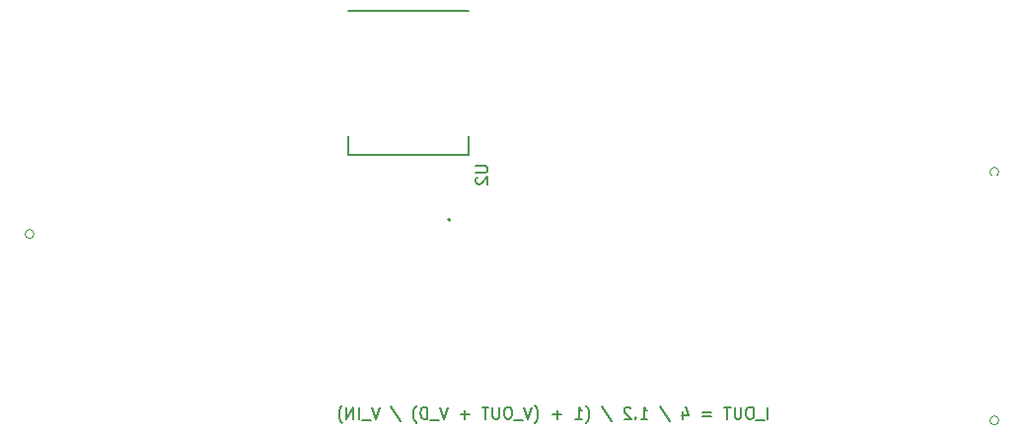
<source format=gbo>
G04 #@! TF.GenerationSoftware,KiCad,Pcbnew,5.1.10*
G04 #@! TF.CreationDate,2021-12-24T15:06:35-08:00*
G04 #@! TF.ProjectId,SEPIC,53455049-432e-46b6-9963-61645f706362,v0.1*
G04 #@! TF.SameCoordinates,Original*
G04 #@! TF.FileFunction,Legend,Bot*
G04 #@! TF.FilePolarity,Positive*
%FSLAX46Y46*%
G04 Gerber Fmt 4.6, Leading zero omitted, Abs format (unit mm)*
G04 Created by KiCad (PCBNEW 5.1.10) date 2021-12-24 15:06:35*
%MOMM*%
%LPD*%
G01*
G04 APERTURE LIST*
%ADD10C,0.150000*%
%ADD11C,0.200000*%
%ADD12C,0.127000*%
%ADD13C,0.120000*%
%ADD14C,4.400000*%
%ADD15R,10.530000X5.000000*%
%ADD16R,1.050000X3.210000*%
%ADD17C,2.300000*%
%ADD18R,2.300000X2.300000*%
%ADD19C,2.514600*%
%ADD20R,1.700000X1.700000*%
%ADD21O,1.700000X1.700000*%
%ADD22R,1.150000X1.150000*%
%ADD23C,1.150000*%
%ADD24R,1.400000X1.400000*%
%ADD25C,1.400000*%
%ADD26R,1.800000X1.800000*%
%ADD27C,1.800000*%
%ADD28C,1.803400*%
%ADD29C,1.600000*%
%ADD30O,1.600000X1.600000*%
%ADD31R,1.371600X1.371600*%
%ADD32C,1.371600*%
%ADD33C,0.100000*%
G04 APERTURE END LIST*
D10*
X164708761Y-134818380D02*
X164708761Y-133818380D01*
X164470666Y-134913619D02*
X163708761Y-134913619D01*
X163280190Y-133818380D02*
X163089714Y-133818380D01*
X162994476Y-133866000D01*
X162899238Y-133961238D01*
X162851619Y-134151714D01*
X162851619Y-134485047D01*
X162899238Y-134675523D01*
X162994476Y-134770761D01*
X163089714Y-134818380D01*
X163280190Y-134818380D01*
X163375428Y-134770761D01*
X163470666Y-134675523D01*
X163518285Y-134485047D01*
X163518285Y-134151714D01*
X163470666Y-133961238D01*
X163375428Y-133866000D01*
X163280190Y-133818380D01*
X162423047Y-133818380D02*
X162423047Y-134627904D01*
X162375428Y-134723142D01*
X162327809Y-134770761D01*
X162232571Y-134818380D01*
X162042095Y-134818380D01*
X161946857Y-134770761D01*
X161899238Y-134723142D01*
X161851619Y-134627904D01*
X161851619Y-133818380D01*
X161518285Y-133818380D02*
X160946857Y-133818380D01*
X161232571Y-134818380D02*
X161232571Y-133818380D01*
X159851619Y-134294571D02*
X159089714Y-134294571D01*
X159089714Y-134580285D02*
X159851619Y-134580285D01*
X157423047Y-134151714D02*
X157423047Y-134818380D01*
X157661142Y-133770761D02*
X157899238Y-134485047D01*
X157280190Y-134485047D01*
X155423047Y-133770761D02*
X156280190Y-135056476D01*
X153804000Y-134818380D02*
X154375428Y-134818380D01*
X154089714Y-134818380D02*
X154089714Y-133818380D01*
X154184952Y-133961238D01*
X154280190Y-134056476D01*
X154375428Y-134104095D01*
X153375428Y-134723142D02*
X153327809Y-134770761D01*
X153375428Y-134818380D01*
X153423047Y-134770761D01*
X153375428Y-134723142D01*
X153375428Y-134818380D01*
X152946857Y-133913619D02*
X152899238Y-133866000D01*
X152804000Y-133818380D01*
X152565904Y-133818380D01*
X152470666Y-133866000D01*
X152423047Y-133913619D01*
X152375428Y-134008857D01*
X152375428Y-134104095D01*
X152423047Y-134246952D01*
X152994476Y-134818380D01*
X152375428Y-134818380D01*
X150470666Y-133770761D02*
X151327809Y-135056476D01*
X149089714Y-135199333D02*
X149137333Y-135151714D01*
X149232571Y-135008857D01*
X149280190Y-134913619D01*
X149327809Y-134770761D01*
X149375428Y-134532666D01*
X149375428Y-134342190D01*
X149327809Y-134104095D01*
X149280190Y-133961238D01*
X149232571Y-133866000D01*
X149137333Y-133723142D01*
X149089714Y-133675523D01*
X148184952Y-134818380D02*
X148756380Y-134818380D01*
X148470666Y-134818380D02*
X148470666Y-133818380D01*
X148565904Y-133961238D01*
X148661142Y-134056476D01*
X148756380Y-134104095D01*
X146994476Y-134437428D02*
X146232571Y-134437428D01*
X146613523Y-134818380D02*
X146613523Y-134056476D01*
X144708761Y-135199333D02*
X144756380Y-135151714D01*
X144851619Y-135008857D01*
X144899238Y-134913619D01*
X144946857Y-134770761D01*
X144994476Y-134532666D01*
X144994476Y-134342190D01*
X144946857Y-134104095D01*
X144899238Y-133961238D01*
X144851619Y-133866000D01*
X144756380Y-133723142D01*
X144708761Y-133675523D01*
X144470666Y-133818380D02*
X144137333Y-134818380D01*
X143804000Y-133818380D01*
X143708761Y-134913619D02*
X142946857Y-134913619D01*
X142518285Y-133818380D02*
X142327809Y-133818380D01*
X142232571Y-133866000D01*
X142137333Y-133961238D01*
X142089714Y-134151714D01*
X142089714Y-134485047D01*
X142137333Y-134675523D01*
X142232571Y-134770761D01*
X142327809Y-134818380D01*
X142518285Y-134818380D01*
X142613523Y-134770761D01*
X142708761Y-134675523D01*
X142756380Y-134485047D01*
X142756380Y-134151714D01*
X142708761Y-133961238D01*
X142613523Y-133866000D01*
X142518285Y-133818380D01*
X141661142Y-133818380D02*
X141661142Y-134627904D01*
X141613523Y-134723142D01*
X141565904Y-134770761D01*
X141470666Y-134818380D01*
X141280190Y-134818380D01*
X141184952Y-134770761D01*
X141137333Y-134723142D01*
X141089714Y-134627904D01*
X141089714Y-133818380D01*
X140756380Y-133818380D02*
X140184952Y-133818380D01*
X140470666Y-134818380D02*
X140470666Y-133818380D01*
X139089714Y-134437428D02*
X138327809Y-134437428D01*
X138708761Y-134818380D02*
X138708761Y-134056476D01*
X137232571Y-133818380D02*
X136899238Y-134818380D01*
X136565904Y-133818380D01*
X136470666Y-134913619D02*
X135708761Y-134913619D01*
X135470666Y-134818380D02*
X135470666Y-133818380D01*
X135232571Y-133818380D01*
X135089714Y-133866000D01*
X134994476Y-133961238D01*
X134946857Y-134056476D01*
X134899238Y-134246952D01*
X134899238Y-134389809D01*
X134946857Y-134580285D01*
X134994476Y-134675523D01*
X135089714Y-134770761D01*
X135232571Y-134818380D01*
X135470666Y-134818380D01*
X134565904Y-135199333D02*
X134518285Y-135151714D01*
X134423047Y-135008857D01*
X134375428Y-134913619D01*
X134327809Y-134770761D01*
X134280190Y-134532666D01*
X134280190Y-134342190D01*
X134327809Y-134104095D01*
X134375428Y-133961238D01*
X134423047Y-133866000D01*
X134518285Y-133723142D01*
X134565904Y-133675523D01*
X132327809Y-133770761D02*
X133184952Y-135056476D01*
X131375428Y-133818380D02*
X131042095Y-134818380D01*
X130708761Y-133818380D01*
X130613523Y-134913619D02*
X129851619Y-134913619D01*
X129613523Y-134818380D02*
X129613523Y-133818380D01*
X129137333Y-134818380D02*
X129137333Y-133818380D01*
X128565904Y-134818380D01*
X128565904Y-133818380D01*
X128184952Y-135199333D02*
X128137333Y-135151714D01*
X128042095Y-135008857D01*
X127994476Y-134913619D01*
X127946857Y-134770761D01*
X127899238Y-134532666D01*
X127899238Y-134342190D01*
X127946857Y-134104095D01*
X127994476Y-133961238D01*
X128042095Y-133866000D01*
X128137333Y-133723142D01*
X128184952Y-133675523D01*
D11*
X137458000Y-117726000D02*
G75*
G03*
X137458000Y-117726000I-100000J0D01*
G01*
D12*
X139038000Y-112131000D02*
X128678000Y-112131000D01*
X139038000Y-110526000D02*
X139038000Y-112131000D01*
X128678000Y-110526000D02*
X128678000Y-112131000D01*
X139038000Y-99826000D02*
X128678000Y-99826000D01*
D13*
X101727000Y-118962800D02*
G75*
G03*
X101727000Y-118962800I-381000J0D01*
G01*
X184531000Y-113628800D02*
G75*
G03*
X184531000Y-113628800I-381000J0D01*
G01*
X184531000Y-134964800D02*
G75*
G03*
X184531000Y-134964800I-381000J0D01*
G01*
D10*
X139660380Y-113109095D02*
X140469904Y-113109095D01*
X140565142Y-113156714D01*
X140612761Y-113204333D01*
X140660380Y-113299571D01*
X140660380Y-113490047D01*
X140612761Y-113585285D01*
X140565142Y-113632904D01*
X140469904Y-113680523D01*
X139660380Y-113680523D01*
X139755619Y-114109095D02*
X139708000Y-114156714D01*
X139660380Y-114251952D01*
X139660380Y-114490047D01*
X139708000Y-114585285D01*
X139755619Y-114632904D01*
X139850857Y-114680523D01*
X139946095Y-114680523D01*
X140088952Y-114632904D01*
X140660380Y-114061476D01*
X140660380Y-114680523D01*
%LPC*%
D14*
X195000000Y-132922000D03*
X195000000Y-75866000D03*
X98472000Y-75866000D03*
D15*
X133858000Y-102576000D03*
D16*
X130458000Y-115556000D03*
X132158000Y-115556000D03*
X133858000Y-115556000D03*
X135558000Y-115556000D03*
X137258000Y-115556000D03*
D14*
X98470000Y-132920000D03*
D17*
X158352000Y-80264000D03*
D18*
X179468000Y-80264000D03*
D19*
X105156001Y-90424000D03*
X128756002Y-90424000D03*
X153416000Y-88667998D03*
X153416000Y-112267999D03*
D20*
X110998000Y-112014000D03*
D21*
X108458000Y-112014000D03*
D22*
X119634000Y-109514000D03*
D23*
X119634000Y-114514000D03*
D24*
X179518000Y-92710000D03*
D25*
X172018000Y-92710000D03*
D26*
X175006000Y-125476000D03*
D27*
X177546000Y-125476000D03*
D28*
X101346000Y-114554000D03*
X101346000Y-109554000D03*
X184150000Y-104220000D03*
X184150000Y-109220000D03*
X184150000Y-130556000D03*
X184150000Y-125556000D03*
D29*
X170180000Y-122936000D03*
D30*
X170180000Y-130556000D03*
D29*
X140208000Y-122047000D03*
D30*
X130048000Y-122047000D03*
D31*
X129886000Y-128524000D03*
D32*
X141570000Y-128524000D03*
D29*
X140208000Y-125222000D03*
D30*
X130048000Y-125222000D03*
D20*
X112014000Y-131318000D03*
D21*
X114554000Y-131318000D03*
X117094000Y-131318000D03*
X119634000Y-131318000D03*
D20*
X184150000Y-119888000D03*
D21*
X184150000Y-117348000D03*
X184150000Y-114808000D03*
D33*
G36*
X138440233Y-85384940D02*
G01*
X137627060Y-84571767D01*
X138440233Y-83758594D01*
X139253406Y-84571767D01*
X138440233Y-85384940D01*
G37*
D23*
X141975767Y-81036233D03*
M02*

</source>
